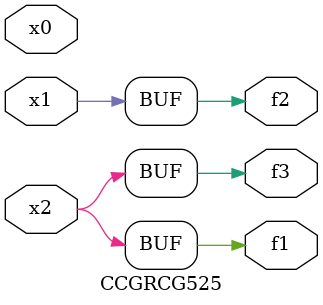
<source format=v>
module CCGRCG525(
	input x0, x1, x2,
	output f1, f2, f3
);
	assign f1 = x2;
	assign f2 = x1;
	assign f3 = x2;
endmodule

</source>
